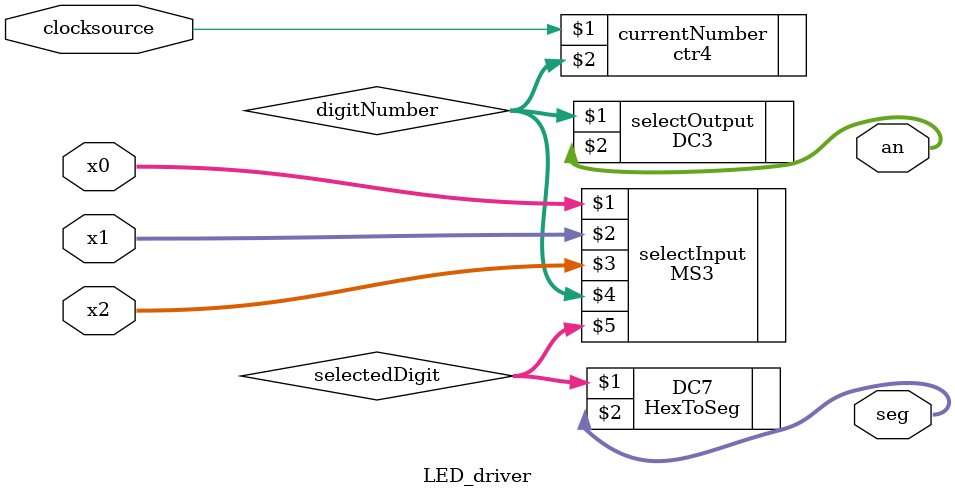
<source format=v>
`timescale 1ns / 1ps
module LED_driver(
    input clocksource,
    input [3:0] x0,
    input [3:0] x1,
    input [3:0] x2,
    output [6:0] seg,
    output [2:0] an
    );
wire [1:0] digitNumber;
wire [3:0] selectedDigit;
MS3 selectInput(x0, x1, x2, digitNumber, selectedDigit);
ctr4 currentNumber(clocksource, digitNumber);
HexToSeg DC7 (selectedDigit, seg);
DC3 selectOutput(digitNumber, an);
endmodule

</source>
